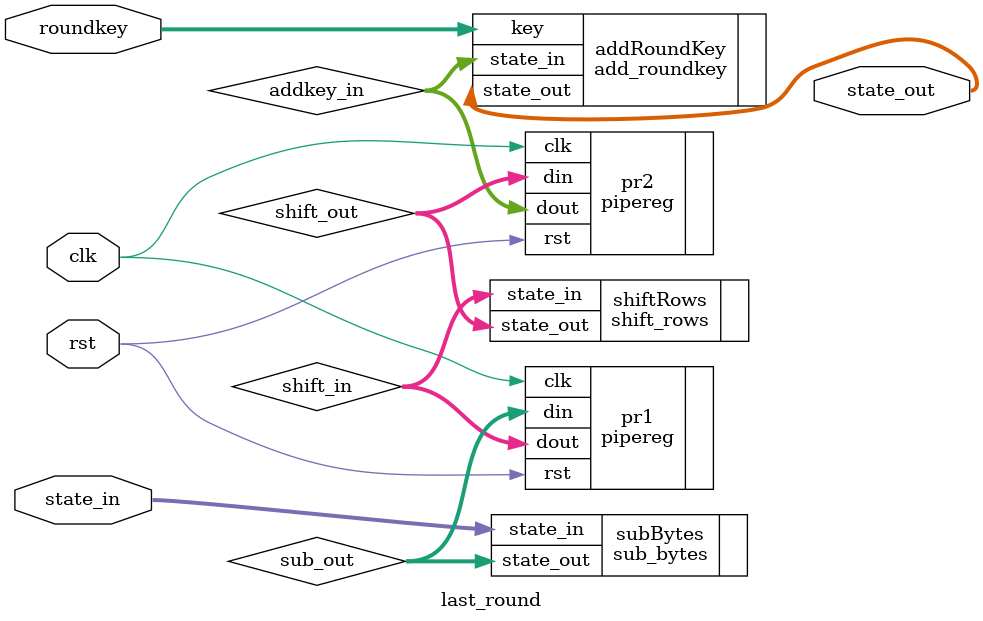
<source format=v>



module last_round (/*AUTOARG*/
   // Outputs
   state_out,
   // Inputs
   state_in, roundkey, clk, rst
   );

input [0:127] state_in, roundkey;
 
input      clk, rst;
   
output [0:127] state_out;

wire [0:127] sub_out, shift_in, shift_out,
	     addkey_in;


sub_bytes subBytes (.state_in(state_in), .state_out(sub_out));

pipereg pr1 (.din(sub_out), .dout(shift_in), .clk(clk), .rst(rst)); 

shift_rows shiftRows(.state_in(shift_in), .state_out(shift_out));

pipereg pr2 (.din(shift_out), .dout(addkey_in), .clk(clk), .rst(rst));

add_roundkey addRoundKey(.state_in(addkey_in), .state_out(state_out), .key(roundkey));



endmodule



</source>
